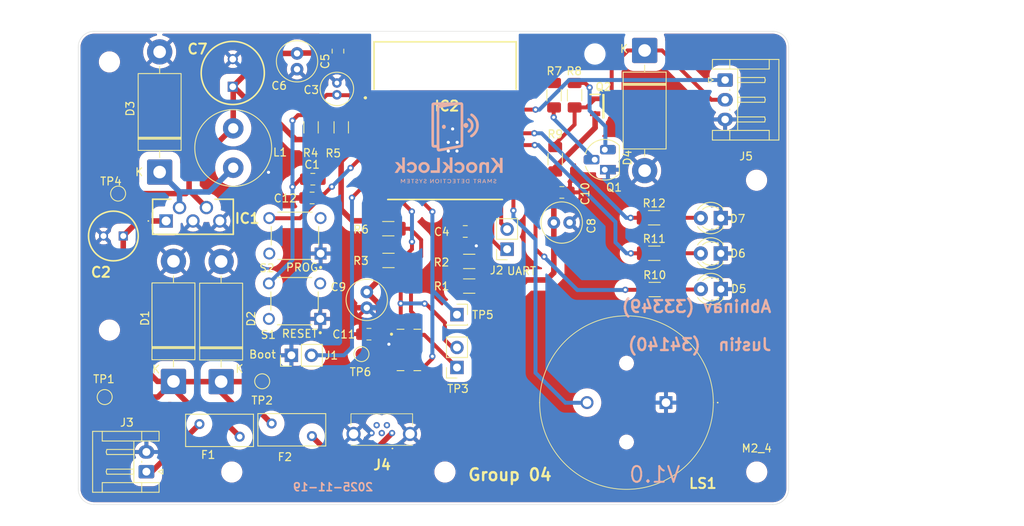
<source format=kicad_pcb>
(kicad_pcb (version 20241229) (generator "pcbnew") (generator_version "9.0")
  (title_block (title "KnockLock") (date "2025-11-19") (rev "V1.0") (company "HSRW") (comment 1 "Group 04") (comment 2 "Justin Julius Chin Cheong - 34140") (comment 3 "Abhinav Kothari - 33349"))
  (layers (0 "F.Cu" signal) (2 "B.Cu" signal) (13 "F.Paste" user) (15 "B.Paste" user) (5 "F.SilkS" user "F.Silkscreen") (7 "B.SilkS" user "B.Silkscreen") (1 "F.Mask" user) (3 "B.Mask" user) (25 "Edge.Cuts" user))
  (net 0 "")
  (net 1 "+5V")
  (net 2 "GND")
  (net 3 "+3.3V")
  (net 4 "BAT_V")
  (net 5 "MRESET")
  (net 6 "Net-(D3-K)")
  (net 7 "Net-(D4-K)")
  (net 8 "Net-(D5-A)")
  (net 9 "Net-(D6-A)")
  (net 10 "Net-(D7-A)")
  (net 11 "SDA")
  (net 12 "YLED")
  (net 13 "SERVO")
  (net 14 "RX")
  (net 15 "SCL")
  (net 16 "WAKE_INT")
  (net 17 "GLED")
  (net 18 "RLED")
  (net 19 "CONTROL")
  (net 20 "BUZZ")
  (net 21 "PROG")
  (net 23 "TX")
  (net 24 "BOOT")
  (net 32 "Net-(F2-Pad1)")
  (net 34 "Net-(Q1-B)")
  (net 35 "Net-(Q1-C)")
  (net 36 "Net-(Q2-G)")
  (net 40 "Net-(J3-Pin_1)")
  (footprint "SamacSys_Parts:CAPPRD350W65D800H1300" (layer "F.Cu") (at 124.122016 76.150747 90)
    (property "Reference" "C7")
    (property "Value" "330uF" (hide yes))
  )
  (footprint "SamacSys_Parts:ESP32C3WROOM02N4" (layer "F.Cu") (at 151.985 83.75)
    (property "Reference" "IC2")
    (property "Value" "ESP32-C3-WROOM-02-N4" (hide yes))
  )
  (footprint "Resistor_SMD:R_1206_3216Metric_Pad1.30x1.75mm_HandSolder" (layer "F.Cu") (at 154.075 98.3)
    (property "Reference" "R2")
    (property "Value" "6.8kOhms")
  )
  (footprint "Fuse:Fuse_BelFuse_0ZRE0012FF_L8.3mm_W3.8mm" (layer "F.Cu") (at 119.9 118.925)
    (property "Reference" "F1")
    (property "Value" "Polyfuse")
  )
  (footprint "MountingHole:MountingHole_2.2mm_M2_ISO7380" (layer "F.Cu") (at 108.5 73)
    (property "Reference" "M2_1" (hide yes))
    (property "Value" "MountingHole_2.2mm_M2_ISO7380_1")
  )
  (footprint "LED_THT:LED_D3.0mm" (layer "F.Cu") (at 185.9587 101.807 180)
    (property "Reference" "D5")
    (property "Value" "R-LED")
  )
  (footprint "Capacitor_SMD:C_0805_2012Metric_Pad1.18x1.45mm_HandSolder" (layer "F.Cu") (at 137.45 71.6375 90)
    (property "Reference" "C5")
    (property "Value" "0.1uF")
  )
  (footprint "MountingHole:MountingHole_2.2mm_M2_ISO7380" (layer "F.Cu") (at 124 125)
    (property "Reference" "M2_6" (hide yes))
    (property "Value" "MountingHole_2.2mm_M2_ISO7380_6")
  )
  (footprint "Fuse:Fuse_BelFuse_0ZRE0012FF_L8.3mm_W3.8mm" (layer "F.Cu") (at 134.15 120.45 180)
    (property "Reference" "F2")
    (property "Value" "Polyfuse")
  )
  (footprint "Diode_THT:D_DO-201AD_P15.24mm_Horizontal" (layer "F.Cu") (at 116.61 113.515 90)
    (property "Reference" "D1")
    (property "Value" "1N5908")
  )
  (footprint "SamacSys_Parts:SOT95P237X112-3N" (layer "F.Cu") (at 171.075 78.625)
    (property "Reference" "Q2")
    (property "Value" "IRLML6402TRPBF" (hide yes))
  )
  (footprint "TS02-66-60-BK-260-LCR-D:SW_TS02-66-60-BK-260-LCR-D" (layer "F.Cu") (at 132 95.05 180)
    (property "Reference" "S2")
    (property "Value" "Programming Button")
  )
  (footprint "MountingHole:MountingHole_2.2mm_M2_ISO7380" (layer "F.Cu") (at 190.5 125)
    (property "Reference" "M2_4")
    (property "Value" "MountingHole_2.2mm_M2_ISO7380_4")
  )
  (footprint "Resistor_SMD:R_1206_3216Metric_Pad1.30x1.75mm_HandSolder" (layer "F.Cu") (at 167.425 77.225 -90)
    (property "Reference" "R8")
    (property "Value" "100 Ohms" (hide yes))
  )
  (footprint "TestPoint:TestPoint_Pad_D1.5mm" (layer "F.Cu") (at 127.85 113.5)
    (property "Reference" "TP2")
    (property "Value" "TP_Ext")
  )
  (footprint "SamacSys_Parts:PKM22EPPH4001B0" (layer "F.Cu") (at 179 116.2 180)
    (property "Reference" "LS1")
    (property "Value" "PKM22EPPH4001-B0" (hide yes))
  )
  (footprint "Connector_PinSocket_2.54mm:PinSocket_1x01_P2.54mm_Vertical" (layer "F.Cu") (at 152.525 105.05)
    (property "Reference" "TP5")
    (property "Value" "TP_IMUINT")
  )
  (footprint "LED_THT:LED_D3.0mm" (layer "F.Cu") (at 185.9444 97.2878 180)
    (property "Reference" "D6")
    (property "Value" "Y-LED")
  )
  (footprint "Resistor_SMD:R_1206_3216Metric_Pad1.30x1.75mm_HandSolder" (layer "F.Cu") (at 143.825 94.15)
    (property "Reference" "R6")
    (property "Value" "4k7Ohms")
  )
  (footprint "Diode_THT:D_DO-201AD_P15.24mm_Horizontal" (layer "F.Cu") (at 122.65 113.545 90)
    (property "Reference" "D2")
    (property "Value" "1N5908")
  )
  (footprint "Diode_THT:D_DO-201AD_P15.24mm_Horizontal" (layer "F.Cu") (at 114.862016 86.970747 90)
    (property "Reference" "D3")
    (property "Value" "1N5822")
  )
  (footprint "Connector_PinSocket_2.54mm:PinSocket_1x02_P2.54mm_Vertical" (layer "F.Cu") (at 158.875 96.75 180)
    (property "Reference" "J2")
    (property "Value" "UART")
  )
  (footprint "Connector_JST:JST_EH_S3B-EH_1x03_P2.50mm_Horizontal" (layer "F.Cu") (at 186.4925 75.3 -90)
    (property "Reference" "J5")
    (property "Value" "TBP04R12-500-03BE")
  )
  (footprint "MountingHole:MountingHole_2.2mm_M2_ISO7380" (layer "F.Cu") (at 170 72)
    (property "Reference" "M2_2" (hide yes))
    (property "Value" "MountingHole_2.2mm_M2_ISO7380_2")
  )
  (footprint "Diode_THT:D_DO-201AD_P15.24mm_Horizontal" (layer "F.Cu") (at 176.3 71.55 -90)
    (property "Reference" "D4")
    (property "Value" "1N5822")
  )
  (footprint "ADXL345BCCZ-RL7:PQFN80P500X300X100-14N" (layer "F.Cu") (at 146.44 109.525)
    (property "Reference" "U1" (hide yes))
    (property "Value" "ADXL345BCCZ-RL7")
  )
  (footprint "Resistor_SMD:R_1206_3216Metric_Pad1.30x1.75mm_HandSolder" (layer "F.Cu") (at 177.497884 92.764053)
    (property "Reference" "R12")
    (property "Value" "27 Ohms")
  )
  (footprint "Capacitor_SMD:C_0805_2012Metric_Pad1.18x1.45mm_HandSolder" (layer "F.Cu") (at 165.8075 89.545 180)
    (property "Reference" "C10")
    (property "Value" "0.1uF")
  )
  (footprint "Resistor_SMD:R_1206_3216Metric_Pad1.30x1.75mm_HandSolder" (layer "F.Cu") (at 164.97 85.345 -90)
    (property "Reference" "R9")
    (property "Value" "100kOhms" (hide yes))
  )
  (footprint "SamacSys_Parts:USB3145301A" (layer "F.Cu") (at 143 119.845 180)
    (property "Reference" "J4")
    (property "Value" "Micro USB" (hide yes))
  )
  (footprint "LED_THT:LED_D3.0mm" (layer "F.Cu") (at 185.945 92.8 180)
    (property "Reference" "D7")
    (property "Value" "G-LED")
  )
  (footprint "Inductor_THT:L_Radial_D9.5mm_P5.00mm_Fastron_07HVP" (layer "F.Cu") (at 124.182016 86.420747 90)
    (property "Reference" "L1")
    (property "Value" "330uH")
  )
  (footprint "SamacSys_Parts:CAPPRD250W55D630H1220" (layer "F.Cu") (at 110.25 95.075 180)
    (property "Reference" "C2")
    (property "Value" "100uF")
  )
  (footprint "TestPoint:TestPoint_Pad_D1.5mm" (layer "F.Cu") (at 107.9 115.5 180)
    (property "Reference" "TP1")
    (property "Value" "TP_Bat")
  )
  (footprint "Resistor_SMD:R_1206_3216Metric_Pad1.30x1.75mm_HandSolder" (layer "F.Cu") (at 164.825 77.225 -90)
    (property "Reference" "R7")
    (property "Value" "10kOhms" (hide yes))
  )
  (footprint "Capacitor_THT:C_Radial_D4.0mm_H7.0mm_P1.50mm" (layer "F.Cu") (at 137.315 77.175 90)
    (property "Reference" "C3")
    (property "Value" "1uF")
  )
  (footprint "Resistor_SMD:R_1206_3216Metric_Pad1.30x1.75mm_HandSolder" (layer "F.Cu") (at 134.04 81.3 -90)
    (property "Reference" "R4")
    (property "Value" "10kOhms")
  )
  (footprint "Resistor_SMD:R_1206_3216Metric_Pad1.30x1.75mm_HandSolder" (layer "F.Cu") (at 177.522884 97.264053)
    (property "Reference" "R11")
    (property "Value" "27 Ohms")
  )
  (footprint "Resistor_SMD:R_1206_3216Metric_Pad1.30x1.75mm_HandSolder" (layer "F.Cu") (at 143.85 98.175)
    (property "Reference" "R3")
    (property "Value" "4k7Ohms")
  )
  (footprint "Capacitor_THT:C_Radial_D5.0mm_H11.0mm_P2.00mm" (layer "F.Cu") (at 166.795 93.37 180)
    (property "Reference" "C8")
    (property "Value" "10uF")
  )
  (footprint "Connector_PinHeader_2.54mm:PinHeader_1x02_P2.54mm_Vertical" (layer "F.Cu") (at 131.55 110.2 90)
    (property "Reference" "J1")
    (property "Value" "Boot Pins")
  )
  (footprint "Connector_PinSocket_2.54mm:PinSocket_1x02_P2.54mm_Vertical" (layer "F.Cu") (at 152.525 111.75 180)
    (property "Reference" "TP3")
    (property "Value" "TP_I2C")
  )
  (footprint "Package_TO_SOT_THT:TO-92_HandSolder" (layer "F.Cu") (at 171.245 86.67 90)
    (property "Reference" "Q1")
    (property "Value" "BC547B")
  )
  (footprint "Connector_JST:JST_EH_S2B-EH_1x02_P2.50mm_Horizontal" (layer "F.Cu") (at 113.18 124.96 90)
    (property "Reference" "J3")
    (property "Value" "Battery Port")
  )
  (footprint "Resistor_SMD:R_1206_3216Metric_Pad1.30x1.75mm_HandSolder" (layer "F.Cu") (at 154.075 101.425 180)
    (property "Reference" "R1")
    (property "Value" "10kOhms")
  )
  (footprint "MountingHole:MountingHole_2.2mm_M2_ISO7380" (layer "F.Cu") (at 108.5 107)
    (property "Reference" "M2_7" (hide yes))
    (property "Value" "MountingHole_2.2mm_M2_ISO7380_7")
  )
  (footprint "TestPoint:TestPoint_Pad_D1.5mm" (layer "F.Cu") (at 109.6 89.7)
    (property "Reference" "TP4")
    (property "Value" "TP_3.3V")
  )
  (footprint "Capacitor_SMD:C_0805_2012Metric_Pad1.18x1.45mm_HandSolder" (layer "F.Cu") (at 134.175 90.25)
    (property "Reference" "C12")
    (property "Value" "0.1uF")
  )
  (footprint "SamacSys_Parts:LM257533WT" (layer "F.Cu") (at 115.678016 93.170747)
    (property "Reference" "IC1")
    (property "Value" "LM2575-3.3WT" (hide yes))
  )
  (footprint "Capacitor_THT:C_Radial_D5.0mm_H11.0mm_P2.00mm" (layer "F.Cu") (at 132.265 73.925 90)
    (property "Reference" "C6")
    (property "Value" "10uF")
  )
  (footprint "MountingHole:MountingHole_2.2mm_M2_ISO7380" (layer "F.Cu") (at 190.475 88)
    (property "Reference" "M2_3" (hide yes))
    (property "Value" "MountingHole_2.2mm_M2_ISO7380_3")
  )
  (footprint "MountingHole:MountingHole_2.2mm_M2_ISO7380" (layer "F.Cu") (at 151 125)
    (property "Reference" "M2_5" (hide yes))
    (property "Value" "MountingHole_2.2mm_M2_ISO7380_5")
  )
  (footprint "Capacitor_THT:C_Radial_D5.0mm_H11.0mm_P2.00mm" (layer "F.Cu") (at 141.1 104.175 90)
    (property "Reference" "C9")
    (property "Value" "10uF")
  )
  (footprint "Capacitor_SMD:C_0805_2012Metric_Pad1.18x1.45mm_HandSolder" (layer "F.Cu") (at 153.575 94.5)
    (property "Reference" "C4")
    (property "Value" "0.1uF")
  )
  (footprint "Capacitor_SMD:C_0805_2012Metric_Pad1.18x1.45mm_HandSolder" (layer "F.Cu") (at 141.375 107.525)
    (property "Reference" "C11")
    (property "Value" "0.1uF")
  )
  (footprint "Capacitor_SMD:C_0805_2012Metric_Pad1.18x1.45mm_HandSolder" (layer "F.Cu") (at 134.265 87.875 180)
    (property "Reference" "C1")
    (property "Value" "0.1uF")
  )
  (footprint "TS02-66-60-BK-260-LCR-D:SW_TS02-66-60-BK-260-LCR-D" (layer "F.Cu") (at 131.95 103.3375 180)
    (property "Reference" "S1")
    (property "Value" "Reset Button")
  )
  (footprint "Resistor_SMD:R_1206_3216Metric_Pad1.30x1.75mm_HandSolder" (layer "F.Cu") (at 177.572884 101.864053)
    (property "Reference" "R10")
    (property "Value" "27 Ohms")
  )
  (footprint "Resistor_SMD:R_1206_3216Metric_Pad1.30x1.75mm_HandSolder" (layer "F.Cu") (at 137.865 81.3 90)
    (property "Reference" "R5")
    (property "Value" "10kOhms")
  )
  (footprint "TestPoint:TestPoint_Pad_D1.5mm" (layer "F.Cu") (at 140.425 110.05)
    (property "Reference" "TP6")
    (property "Value" "TP_IMUV" (hide yes))
  )
  (footprint "Logo:KnockLock_Logo_small" (layer "B.Cu") (at 151.5 84 180)
    (property "Reference" "G***" (hide yes))
    (property "Value" "LOGO" (hide yes))
  )
  (gr_line (start 192.541716 129.125147) (end 106.541716 129.125147) (stroke (width 0.05)) (layer "Edge.Cuts"))
  (gr_arc (start 192.541716 69.125147) (mid 193.95593 69.710933) (end 194.541716 71.125147) (stroke (width 0.05)) (layer "Edge.Cuts"))
  (gr_line (start 106.541716 69.125147) (end 192.541716 69.125147) (stroke (width 0.05)) (layer "Edge.Cuts"))
  (gr_arc (start 104.541716 71.125147) (mid 105.127502 69.710933) (end 106.541716 69.125147) (stroke (width 0.05)) (layer "Edge.Cuts"))
  (gr_arc (start 106.541716 129.125147) (mid 105.127502 128.539361) (end 104.541716 127.125147) (stroke (width 0.05)) (layer "Edge.Cuts"))
  (gr_line (start 104.541716 127.125147) (end 104.541716 71.125147) (stroke (width 0.05)) (layer "Edge.Cuts"))
  (gr_line (start 194.541716 71.125147) (end 194.541716 127.125147) (stroke (width 0.05)) (layer "Edge.Cuts"))
  (gr_arc (start 194.541716 127.125147) (mid 193.95593 128.539361) (end 192.541716 129.125147) (stroke (width 0.05)) (layer "Edge.Cuts"))
  (gr_text "Boot" (at 126.1 110.675 0) (layer "F.SilkS") (effects (font (size 1 1)) (justify left bottom)))
  (gr_text "UART" (at 158.775 100.1 0) (layer "F.SilkS") (effects (font (size 1 1)) (justify left bottom)))
  (gr_text "PROG" (at 130.775 99.65 0) (layer "F.SilkS") (effects (font (size 1 1)) (justify left bottom)))
  (gr_text "RESET" (at 130.25 108.05 0) (layer "F.SilkS") (effects (font (size 1 1)) (justify left bottom)))
  (gr_text "${COMMENT1}" (at 153.785 126.225 0) (layer "F.SilkS") (effects (font (size 1.5 1.5) (thickness 0.3) (bold yes)) (justify left bottom)))
  (gr_text "${PROJECTNAME} ${REVISION}\n" (at 182.5 126.5 0) (layer "B.SilkS") (effects (font (size 2 2) (thickness 0.25)) (justify left bottom mirror)))
  (gr_text "Abhinav (33349)\n\nJustin  (34140)" (at 192.496164 109.733012 0) (layer "B.SilkS") (effects (font (size 1.5 1.5) (thickness 0.3) (bold yes)) (justify left bottom mirror)))
  (gr_text "${ISSUE_DATE}" (at 142 127.5 0) (layer "B.SilkS") (effects (font (size 1 1) (thickness 0.2) (bold yes)) (justify left bottom mirror)))
  (segment (start 119.05 116.9) (end 116.61 114.46) (width 0.7) (layer "F.Cu") (net 1))
  (segment (start 126.9 116.725) (end 124.475 116.725) (width 0.7) (layer "F.Cu") (net 1))
  (segment (start 149.8 114.675) (end 150.95 115.825) (width 0.7) (layer "F.Cu") (net 1))
  (segment (start 164.795 87.07) (end 164.97 86.895) (width 0.7) (layer "F.Cu") (net 1))
  (segment (start 124.475 116.725) (end 122.65 114.9) (width 0.7) (layer "F.Cu") (net 1))
  (segment (start 114.59 113.515) (end 112 110.925) (width 0.7) (layer "F.Cu") (net 1))
  (segment (start 122.65 114.9) (end 122.65 113.545) (width 0.7) (layer "F.Cu") (net 1))
  (segment (start 122.65 113.545) (end 127.805 113.545) (width 0.7) (layer "F.Cu") (net 1))
  (segment (start 150.95 115.825) (end 155.15 115.825) (width 0.7) (layer "F.Cu") (net 1))
  (segment (start 164.97 86.895) (end 164.97 86.405) (width 0.7) (layer "F.Cu") (net 1))
  (segment (start 127.85 113.5) (end 129.025 114.675) (width 0.7) (layer "F.Cu") (net 1))
  (segment (start 161.35 100.65) (end 155.625 106.375) (width 0.7) (layer "F.Cu") (net 1))
  (segment (start 116.61 114.46) (end 116.61 113.515) (width 0.7) (layer "F.Cu") (net 1))
  (segment (start 155.15 115.825) (end 155.625 115.35) (width 0.7) (layer "F.Cu") (net 1))
  (segment (start 164.845 93.42) (end 164.795 93.37) (width 0.7) (layer "F.Cu") (net 1))
  (segment (start 112 102) (end 110.25 100.25) (width 0.7) (layer "F.Cu") (net 1))
  (segment (start 155.625 106.375) (end 155.625 101.425) (width 0.7) (layer "F.Cu") (net 1))
  (segment (start 163.875 100.65) (end 161.35 100.65) (width 0.7) (layer "F.Cu") (net 1))
  (segment (start 129.025 118.85) (end 126.9 116.725) (width 0.7) (layer "F.Cu") (net 1))
  (segment (start 112 110.925) (end 112 102) (width 0.7) (layer "F.Cu") (net 1))
  (segment (start 129.05 118.85) (end 129.025 118.85) (width 0.7) (layer "F.Cu") (net 1))
  (segment (start 114.625 115.5) (end 116.61 113.515) (width 0.7) (layer "F.Cu") (net 1))
  (segment (start 110.25 100.25) (end 110.25 95.075) (width 0.7) (layer "F.Cu") (net 1))
  (segment (start 116.61 113.515) (end 114.59 113.515) (width 0.7) (layer "F.Cu") (net 1))
  (segment (start 164.97 86.405) (end 170.025 81.35) (width 0.7) (layer "F.Cu") (net 1))
  (segment (start 155.625 115.35) (end 155.625 106.375) (width 0.7) (layer "F.Cu") (net 1))
  (segment (start 164.795 99.73) (end 163.875 100.65) (width 0.7) (layer "F.Cu") (net 1))
  (segment (start 122.65 113.545) (end 116.64 113.545) (width 0.7) (layer "F.Cu") (net 1))
  (segment (start 110.25 95.075) (end 112.154253 93.170747) (width 0.7) (layer "F.Cu") (net 1))
  (segment (start 125 120.525) (end 121.375 116.9) (width 0.7) (layer "F.Cu") (net 1))
  (segment (start 110.172716 95.152284) (end 110.25 95.075) (width 0.7) (layer "F.Cu") (net 1))
  (segment (start 164.795 93.37) (end 164.795 99.73) (width 0.7) (layer "F.Cu") (net 1))
  (segment (start 164.795 93.37) (end 164.795 87.07) (width 0.7) (layer "F.Cu") (net 1))
  (segment (start 112.154253 93.170747) (end 115.678016 93.170747) (width 0.7) (layer "F.Cu") (net 1))
  (segment (start 127.805 113.545) (end 127.85 113.5) (width 0.7) (layer "F.Cu") (net 1))
  (segment (start 129.025 114.675) (end 149.8 114.675) (width 0.7) (layer "F.Cu") (net 1))
  (segment (start 121.375 116.9) (end 119.05 116.9) (width 0.7) (layer "F.Cu") (net 1))
  (segment (start 170.025 81.35) (end 170.025 79.575) (width 0.7) (layer "F.Cu") (net 1))
  (segment (start 122.65 113.545) (end 122.65 113.8173) (width 0.7) (layer "F.Cu") (net 1))
  (segment (start 107.9 115.5) (end 114.625 115.5) (width 0.7) (layer "F.Cu") (net 1))
  (segment (start 115.432269 92.925) (end 115.678016 93.170747) (width 0.7) (layer "F.Cu") (net 1))
  (segment (start 144.375 108.325) (end 145.43 108.325) (width 0.5) (layer "F.Cu") (net 2))
  (segment (start 152.535 84.3) (end 153.085 84.85) (width 0.5) (layer "F.Cu") (net 2))
  (segment (start 145.43 109.925) (end 144.663 109.925) (width 0.5) (layer "F.Cu") (net 2))
  (segment (start 152.585 82.15) (end 151.985 82.15) (width 0.5) (layer "F.Cu") (net 2))
  (segment (start 151.985 82.15) (end 151.985 81.51) (width 0.5) (layer "F.Cu") (net 2))
  (segment (start 152.55 83.2) (end 152.6 83.25) (width 0.5) (layer "F.Cu") (net 2))
  (segment (start 150.885 83.75) (end 151.425 83.21) (width 0.5) (layer "F.Cu") (net 2))
  (segment (start 152.525 84.29) (end 152.525 84.3) (width 0.5) (layer "F.Cu") (net 2))
  (segment (start 150.885 82.65) (end 150.885 82.59) (width 0.5) (layer "F.Cu") (net 2))
  (segment (start 151.425 83.2) (end 151.435 83.2) (width 0.5) (layer "F.Cu") (net 2))
  (segment (start 151.975 81.5) (end 151.975 81.54) (width 0.5) (layer "F.Cu") (net 2))
  (segment (start 152.6 83.265) (end 153.085 83.75) (width 0.5) (layer "F.Cu") (net 2))
  (segment (start 150.885 83.75) (end 153.085 83.75) (width 0.5) (layer "F.Cu") (net 2))
  (segment (start 151.975 81.54) (end 153.085 82.65) (width 0.5) (layer "F.Cu") (net 2))
  (segment (start 152.6 83.25) (end 152.6 83.265) (width 0.5) (layer "F.Cu") (net 2))
  (segment (start 151.425 84.3) (end 151.41 84.315) (width 0.5) (layer "F.Cu") (net 2))
  (segment (start 141.1 104.175) (end 139.35 104.175) (width 0.7) (layer "F.Cu") (net 2))
  (segment (start 153.085 82.65) (end 152.585 82.15) (width 0.5) (layer "F.Cu") (net 2))
  (segment (start 144.663 109.925) (end 143.9 109.162) (width 0.5) (layer "F.Cu") (net 2))
  (segment (start 150.885 84.85) (end 150.885 82.65) (width 0.5) (layer "F.Cu") (net 2))
  (segment (start 147.45 108.325) (end 147.399 108.376) (width 0.5) (layer "F.Cu") (net 2))
  (segment (start 150.885 82.59) (end 151.975 81.5) (width 0.5) (layer "F.Cu") (net 2))
  (segment (start 151.425 83.21) (end 151.425 83.2) (width 0.5) (layer "F.Cu") (net 2))
  (segment (start 133.1375 90.25) (end 130.675 90.25) (width 0.7) (layer "F.Cu") (net 2))
  (segment (start 151.985 81.51) (end 151.975 81.5) (width 0.5) (layer "F.Cu") (net 2))
  (segment (start 147.399 108.376) (end 145.481 108.376) (width 0.5) (layer "F.Cu") (net 2))
  (segment (start 151.985 82.65) (end 151.985 84.85) (width 0.5) (layer "F.Cu") (net 2))
  (segment (start 153.085 82.65) (end 153.085 84.85) (width 0.5) (layer "F.Cu") (net 2))
  (segment (start 141.7 120.065) (end 140.025 118.39) (width 0.7) (layer "F.Cu") (net 2))
  (segment (start 151.485 82.65) (end 151.985 82.15) (width 0.5) (layer "F.Cu") (net 2))
  (segment (start 135.3025 87.875) (end 135.3025 86.475) (width 0.7) (layer "F.Cu") (net 2))
  (segment (start 150.885 82.65) (end 152.525 84.29) (width 0.5) (layer "F.Cu") (net 2))
  (segment (start 151.435 84.3) (end 153.085 82.65) (width 0.5) (layer "F.Cu") (net 2))
  (segment (start 153.085 83.75) (end 151.985 84.85) (width 0.5) (layer "F.Cu") (net 2))
  (segment (start 143.9 109.162) (end 143.9 108.8) (width 0.5) (layer "F.Cu") (net 2))
  (segment (start 140.025 118.39) (end 140.025 118.275) (width 0.7) (layer "F.Cu") (net 2))
  (segment (start 151.41 84.315) (end 151.41 84.325) (width 0.5) (layer "F.Cu") (net 2))
  (segment (start 151.985 84.85) (end 150.885 83.75) (width 0.5) (layer "F.Cu") (net 2))
  (segment (start 145.43 110.725) (end 145.43 109.925) (width 0.5) (layer "F.Cu") (net 2))
  (segment (start 143.9 108.8) (end 144.375 108.325) (width 0.5) (layer "F.Cu") (net 2))
  (segment (start 152.515 83.165) (end 152.5 83.165) (width 0.5) (layer "F.Cu") (net 2))
  (segment (start 152.5 83.165) (end 151.985 82.65) (width 0.5) (layer "F.Cu") (net 2))
  (segment (start 152.55 83.2) (end 152.515 83.165) (width 0.5) (layer "F.Cu") (net 2))
  (segment (start 151.985 82.65) (end 151.985 82.15) (width 0.5) (layer "F.Cu") (net 2))
  (segment (start 151.435 83.2) (end 151.985 82.65) (width 0.5) (layer "F.Cu") (net 2))
  (segment (start 145.481 108.376) (end 145.43 108.325) (width 0.5) (layer "F.Cu") (net 2))
  (segment (start 152.525 84.3) (end 152.535 84.3) (width 0.5) (layer "F.Cu") (net 2))
  (segment (start 176.184016 87.193647) (end 176.184016 86.340984) (width 0.5) (layer "F.Cu") (net 2))
  (segment (start 151.425 84.3) (end 151.435 84.3) (width 0.5) (layer "F.Cu") (net 2))
  (segment (start 150.885 82.65) (end 151.485 82.65) (width 0.5) (layer "F.Cu") (net 2))
  (segment (start 150.885 82.65) (end 153.085 82.65) (width 0.5) (layer "F.Cu") (net 2))
  (segment (start 153.085 84.85) (end 150.885 84.85) (width 0.5) (layer "F.Cu") (net 2))
  (segment (start 151.41 84.325) (end 150.885 84.85) (width 0.5) (layer "F.Cu") (net 2))
  (via (at 151.425 84.3) (size 0.8) (drill 0.4) (layers "F.Cu" "B.Cu") (net 2))
  (via (at 151.975 81.5) (size 0.8) (drill 0.4) (layers "F.Cu" "B.Cu") (net 2))
  (via (at 151.425 83.2) (size 0.8) (drill 0.4) (layers "F.Cu" "B.Cu") (net 2))
  (via (at 154.975 96.325) (size 0.8) (drill 0.4) (layers "F.Cu" "B.Cu") (net 2))
  (via (at 152.55 83.2) (size 0.8) (drill 0.4) (layers "F.Cu" "B.Cu") (net 2))
  (via (at 143.9 108.8) (size 0.8) (drill 0.4) (layers "F.Cu" "B.Cu") (net 2))
  (via (at 128.65 87) (size 0.8) (drill 0.4) (layers "F.Cu" "B.Cu") (net 2))
  (via (at 152.525 84.3) (size 0.8) (drill 0.4) (layers "F.Cu" "B.Cu") (net 2))
  (segment (start 140.35 118.715) (end 140.35 118.675) (width 0.7) (layer "B.Cu") (net 2))
  (segment (start 141.1 104.175) (end 143 104.175) (width 0.7) (layer "B.Cu") (net 2))
  (segment (start 141.7 120.065) (end 140.35 118.715) (width 0.7) (layer "B.Cu") (net 2))
  (segment (start 140.225 72.3) (end 140.225 76.325) (width 0.7) (layer "F.Cu") (net 3))
  (segment (start 139.275 93.15) (end 141.275 93.15) (width 0.7) (layer "F.Cu") (net 3))
  (segment (start 142.4185 107.519) (end 145.43 107.519) (width 0.7) (layer "F.Cu") (net 3))
  (segment (start 128.065 78.825) (end 132.09 82.85) (width 0.7) (layer "F.Cu") (net 3))
  (segment (start 128.347763 71.925) (end 132.265 71.925) (width 0.7) (layer "F.Cu") (net 3))
  (segment (start 143.894 110.956) (end 144.469 111.531) (width 0.7) (layer "F.Cu") (net 3))
  (segment (start 132.09 82.85) (end 134.04 82.85) (width 0.7) (layer "F.Cu") (net 3))
  (segment (start 136.09 70.6) (end 137.45 70.6) (width 0.7) (layer "F.Cu") (net 3))
  (segment (start 132.315 71.875) (end 134.815 71.875) (width 0.7) (layer "F.Cu") (net 3))
  (segment (start 124.182016 81.420747) (end 124.182016 76.210747) (width 0.7) (layer "F.Cu") (net 3))
  (segment (start 142.6 103.675) (end 142.6 107.3375) (width 0.7) (layer "F.Cu") (net 3))
  (segment (start 118.59 86.885) (end 118.59 89.275731) (width 0.7) (layer "F.Cu") (net 3))
  (segment (start 145.434 111.535) (end 145.43 111.531) (width 0.7) (layer "F.Cu") (net 3))
  (segment (start 142.4125 109.4745) (end 143.4065 110.4685) (width 0.7) (layer "F.Cu") (net 3))
  (segment (start 142.988 110.05) (end 143.894 110.956) (width 0.7) (layer "F.Cu") (net 3))
  (segment (start 146.44 111.535) (end 145.434 111.535) (width 0.7) (layer "F.Cu") (net 3))
  (segment (start 137.45 70.6) (end 138.525 70.6) (width 0.7) (layer "F.Cu") (net 3))
  (segment (start 124.182016 81.420747) (end 124.054253 81.420747) (width 0.7) (layer "F.Cu") (net 3))
  (segment (start 124.054253 81.420747) (end 118.59 86.885) (width 0.7) (layer "F.Cu") (net 3))
  (segment (start 142.4125 107.525) (end 142.4125 109.4745) (width 0.7) (layer "F.Cu") (net 3))
  (segment (start 141.1 102.175) (end 142.6 103.675) (width 0.7) (layer "F.Cu") (net 3))
  (segment (start 143.4065 110.4685) (end 143.894 110.956) (width 0.7) (layer "F.Cu") (net 3))
  (segment (start 141.45 77.55) (end 142.275 77.55) (width 0.7) (layer "F.Cu") (net 3))
  (segment (start 138.525 70.6) (end 140.225 72.3) (width 0.7) (layer "F.Cu") (net 3))
  (segment (start 132.265 71.925) (end 132.315 71.875) (width 0.7) (layer "F.Cu") (net 3))
  (segment (start 141.275 93.15) (end 142.275 94.15) (width 0.7) (layer "F.Cu") (net 3))
  (segment (start 140.425 110.05) (end 142.988 110.05) (width 0.7) (layer "F.Cu") (net 3))
  (segment (start 142.3 100.975) (end 141.1 102.175) (width 0.7) (layer "F.Cu") (net 3))
  (segment (start 124.122016 76.150747) (end 124.250747 76.150747) (width 0.7) (layer "F.Cu") (net 3))
  (segment (start 124.182016 76.210747) (end 124.122016 76.150747) (width 0.7) (layer "F.Cu") (net 3))
  (segment (start 144.469 111.531) (end 145.43 111.531) (width 0.7) (layer "F.Cu") (net 3))
  (segment (start 137.85 91.725) (end 139.275 93.15) (width 0.7) (layer "F.Cu") (net 3))
  (segment (start 142.4125 107.525) (end 142.4185 107.519) (width 0.7) (layer "F.Cu") (net 3))
  (segment (start 118.165731 89.7) (end 118.59 89.275731) (width 0.7) (layer "F.Cu") (net 3))
  (segment (start 142.3 98.175) (end 142.3 100.975) (width 0.7) (layer "F.Cu") (net 3))
  (segment (start 142.6 107.3375) (end 142.4125 107.525) (width 0.7) (layer "F.Cu") (net 3))
  (segment (start 142.275 98.15) (end 142.25 98.175) (width 0.7) (layer "F.Cu") (net 3))
  (segment (start 124.122016 76.150747) (end 128.347763 71.925) (width 0.7) (layer "F.Cu") (net 3))
  (segment (start 138.65 83.635) (end 138.65 84.775) (width 0.7) (layer "F.Cu") (net 3))
  (segment (start 142.275 94.15) (end 142.275 98.15) (width 0.7) (layer "F.Cu") (net 3))
  (segment (start 138.65 84.775) (end 137.85 85.575) (width 0.7) (layer "F.Cu") (net 3))
  (segment (start 124.250747 76.150747) (end 126.925 78.825) (width 0.7) (layer "F.Cu") (net 3))
  (segment (start 140.225 76.325) (end 141.45 77.55) (width 0.7) (layer "F.Cu") (net 3))
  (segment (start 118.59 89.275731) (end 120.783016 91.468747) (width 0.7) (layer "F.Cu") (net 3))
  (segment (start 137.865 82.85) (end 138.65 83.635) (width 0.7) (layer "F.Cu") (net 3))
  (segment (start 134.815 71.875) (end 136.09 70.6) (width 0.7) (layer "F.Cu") (net 3))
  (segment (start 134.04 82.85) (end 137.865 82.85) (width 0.7) (layer "F.Cu") (net 3))
  (segment (start 109.9 89.7) (end 118.165731 89.7) (width 0.7) (layer "F.Cu") (net 3))
  (segment (start 137.85 85.575) (end 137.85 91.725) (width 0.7) (layer "F.Cu") (net 3))
  (segment (start 126.925 78.825) (end 128.065 78.825) (width 0.7) (layer "F.Cu") (net 3))
  (segment (start 156.4 82.275) (end 156.4 86.3) (width 0.7) (layer "F.Cu") (net 4))
  (segment (start 152.525 90.175) (end 152.525 98.3) (width 0.7) (layer "F.Cu") (net 4))
  (segment (start 152.525 98.3) (end 152.525 101.7625) (width 0.7) (layer "F.Cu") (net 4))
  (segment (start 152.525 101.7625) (end 152.5875 101.825) (width 0.7) (layer "F.Cu") (net 4))
  (segment (start 156.4 86.3) (end 152.525 90.175) (width 0.7) (layer "F.Cu") (net 4))
  (segment (start 158.125 80.55) (end 156.4 82.275) (width 0.7) (layer "F.Cu") (net 4))
  (segment (start 159.775 80.55) (end 158.125 80.55) (width 0.7) (layer "F.Cu") (net 4))
  (segment (start 132.74 87.8) (end 133.1525 87.8) (width 0.5) (layer "F.Cu") (net 5))
  (segment (start 140.75 79.05) (end 142.275 79.05) (width 0.5) (layer "F.Cu") (net 5))
  (segment (start 136.04 77.175) (end 134.04 79.175) (width 0.5) (layer "F.Cu") (net 5))
  (segment (start 137.315 77.175) (end 136.04 77.175) (width 0.5) (layer "F.Cu") (net 5))
  (segment (start 138.925 77.225) (end 140.75 79.05) (width 0.5) (layer "F.Cu") (net 5))
  (segment (start 137.365 77.225) (end 138.925 77.225) (width 0.5) (layer "F.Cu") (net 5))
  (segment (start 131.69 88.85) (end 132.74 87.8) (width 0.5) (layer "F.Cu") (net 5))
  (segment (start 137.315 77.175) (end 137.365 77.225) (width 0.5) (layer "F.Cu") (net 5))
  (segment (start 131.69 80.45) (end 132.39 79.75) (width 0.5) (layer "F.Cu") (net 5))
  (segment (start 134.04 79.175) (end 134.04 79.75) (width 0.5) (layer "F.Cu") (net 5))
  (segment (start 133.1525 87.8) (end 133.2275 87.875) (width 0.5) (layer "F.Cu") (net 5))
  (segment (start 132.39 79.75) (end 134.04 79.75) (width 0.5) (layer "F.Cu") (net 5))
  (via (at 131.69 80.45) (size 0.8) (drill 0.4) (layers "F.Cu" "B.Cu") (net 5))
  (via (at 131.69 88.85) (size 0.8) (drill 0.4) (layers "F.Cu" "B.Cu") (net 5))
  (segment (start 131.69 98.0975) (end 128.7 101.0875) (width 0.5) (layer "B.Cu") (net 5))
  (segment (start 131.69 88.85) (end 131.69 98.0975) (width 0.5) (layer "B.Cu") (net 5))
  (segment (start 131.69 88.85) (end 131.69 80.45) (width 0.5) (layer "B.Cu") (net 5))
  (segment (start 117.380016 91.468747) (end 117.380016 89.488747) (width 0.7) (layer "B.Cu") (net 6))
  (segment (start 117.380016 89.488747) (end 114.862016 86.970747) (width 0.7) (layer "B.Cu") (net 6))
  (segment (start 114.862016 86.970747) (end 114.862016 86.997016) (width 0.7) (layer "B.Cu") (net 6))
  (segment (start 121.114016 89.488747) (end 124.182016 86.420747) (width 0.7) (layer "B.Cu") (net 6))
  (segment (start 124.182016 86.742016) (end 124.29 86.85) (width 0.7) (layer "B.Cu") (net 6))
  (segment (start 124.182016 86.420747) (end 124.182016 86.742016) (width 0.7) (layer "B.Cu") (net 6))
  (segment (start 117.380016 89.488747) (end 121.114016 89.488747) (width 0.7) (layer "B.Cu") (net 6))
  (segment (start 184.75 77.8) (end 186.4925 77.8) (width 0.5) (layer "F.Cu") (net 7))
  (segment (start 178.5 71.55) (end 184.75 77.8) (width 0.5) (layer "F.Cu") (net 7))
  (segment (start 176.3 71.55) (end 178.5 71.55) (width 0.5) (layer "F.Cu") (net 7))
  (segment (start 172.125 73.625) (end 174.125 71.625) (width 0.5) (layer "F.Cu") (net 7))
  (segment (start 174.125 71.55) (end 176.3 71.55) (width 0.5) (layer "F.Cu") (net 7))
  (segment (start 172.125 78.625) (end 172.125 73.625) (width 0.5) (layer "F.Cu") (net 7))
  (segment (start 174.125 71.625) (end 174.125 71.55) (width 0.5) (layer "F.Cu") (net 7))
  (segment (start 179.122884 101.864053) (end 183.361647 101.864053) (width 0.5) (layer "F.Cu") (net 8))
  (segment (start 183.361647 101.864053) (end 183.4187 101.807) (width 0.5) (layer "F.Cu") (net 8))
  (segment (start 183.380653 97.264053) (end 183.4044 97.2878) (width 0.5) (layer "F.Cu") (net 9))
  (segment (start 179.072884 97.264053) (end 183.380653 97.264053) (width 0.5) (layer "F.Cu") (net 9))
  (segment (start 183.369053 92.764053) (end 183.405 92.8) (width 0.5) (layer "F.Cu") (net 10))
  (segment (start 179.047884 92.764053) (end 183.369053 92.764053) (width 0.5) (layer "F.Cu") (net 10))
  (segment (start 146.7 104.625) (end 146.7 98.975) (width 0.5) (layer "F.Cu") (net 11))
  (segment (start 143.65 83.55) (end 142.275 83.55) (width 0.5) (layer "F.Cu") (net 11))
  (segment (start 144.55 84.45) (end 143.65 83.55) (width 0.5) (layer "F.Cu") (net 11))
  (segment (start 147.45 107.525) (end 147.544 107.619) (width 0.5) (layer "F.Cu") (net 11))
  (segment (start 144.55 93.325) (end 144.55 84.45) (width 0.5) (layer "F.Cu") (net 11))
  (segment (start 147.45 107.525) (end 147.45 105.375) (width 0.5) (layer "F.Cu") (net 11))
  (segment (start 147.9875 97.6875) (end 147.9875 95.5625) (width 0.5) (layer "F.Cu") (net 11))
  (segment (start 147.9875 95.5625) (end 146.575 94.15) (width 0.5) (layer "F.Cu") (net 11))
  (segment (start 147.544 107.619) (end 148.394 107.619) (width 0.5) (layer "F.Cu") (net 11))
  (segment (start 147.45 105.375) (end 146.7 104.625) (width 0.5) (layer "F.Cu") (net 11))
  (segment (start 146.7 98.975) (end 147.9875 97.6875) (width 0.5) (layer "F.Cu") (net 11))
  (segment (start 145.375 94.15) (end 144.55 93.325) (width 0.5) (layer "F.Cu") (net 11))
  (segment (start 148.394 107.619) (end 152.525 111.75) (width 0.5) (layer "F.Cu") (net 11))
  (segment (start 146.575 94.15) (end 145.375 94.15) (width 0.5) (layer "F.Cu") (net 11))
  (segment (start 175.961937 97.275) (end 175.972884 97.264053) (width 0.5) (layer "F.Cu") (net 12))
  (segment (start 174.545 97.275) (end 175.961937 97.275) (width 0.5) (layer "F.Cu") (net 12))
  (segment (start 159.775 83.55) (end 162.375 83.55) (width 0.5) (layer "F.Cu") (net 12))
  (via (at 162.375 83.55) (size 0.8) (drill 0.4) (layers "F.Cu" "B.Cu") (net 12))
  (via (at 174.545 97.275) (size 0.8) (drill 0.4) (layers "F.Cu" "B.Cu") (net 12))
  (segment (start 174 97.275) (end 174.545 97.275) (width 0.5) (layer "B.Cu") (net 12))
  (segment (start 172.6 93.3) (end 172.6 95.875) (width 0.5) (layer "B.Cu") (net 12))
  (segment (start 162.375 83.55) (end 162.85 83.55) (width 0.5) (layer "B.Cu") (net 12))
  (segment (start 172.6 95.875) (end 174 97.275) (width 0.5) (layer "B.Cu") (net 12))
  (segment (start 162.85 83.55) (end 172.6 93.3) (width 0.5) (layer "B.Cu") (net 12))
  (segment (start 163.725 75.675) (end 164.825 75.675) (width 0.5) (layer "F.Cu") (net 13))
  (segment (start 159.775 77.425) (end 159.775 77.55) (width 0.5) (layer "F.Cu") (net 13))
  (segment (start 161.85 77.55) (end 163.725 75.675) (width 0.5) (layer "F.Cu") (net 13))
  (segment (start 159.775 77.55) (end 161.85 77.55) (width 0.5) (layer "F.Cu") (net 13))
  (segment (start 159.775 77.55) (end 159.9 77.425) (width 0.5) (layer "F.Cu") (net 13))
  (segment (start 164.175 75.675) (end 164.825 75.675) (width 0.5) (layer "F.Cu") (net 13))
  (segment (start 158.125 89.198) (end 159.273 88.05) (width 0.5) (layer "F.Cu") (net 14))
  (segment (start 158.875 94.21) (end 158.125 93.46) (width 0.5) (layer "F.Cu") (net 14))
  (segment (start 159.273 88.05) (end 159.775 88.05) (width 0.5) (layer "F.Cu") (net 14))
  (segment (start 158.125 93.46) (end 158.125 89.198) (width 0.5) (layer "F.Cu") (net 14))
  (segment (start 146.825 95.8) (end 146.825 96.75) (width 0.5) (layer "F.Cu") (net 15))
  (segment (start 145.825 90.99) (end 145.825 84.225) (width 0.5) (layer "F.Cu") (net 15))
  (segment (start 146.825 96.75) (end 145.4 98.175) (width 0.5) (layer "F.Cu") (net 15))
  (segment (start 151.025 108.275) (end 151 108.25) (width 0.5) (layer "F.Cu") (net 15))
  (segment (start 151 108.25) (end 151 106.075) (width 0.5) (layer "F.Cu") (net 15))
  (segment (start 148.575 103.65) (end 148.425 103.65) (width 0.5) (layer "F.Cu") (net 15))
  (segment (start 146.44 107.515) (end 146.44 106.19) (width 0.5) (layer "F.Cu") (net 15))
  (segment (start 152.525 109.21) (end 151.935 109.21) (width 0.5) (layer "F.Cu") (net 15))
  (segment (start 145.4 98.175) (end 145.35 98.175) (width 0.5) (layer "F.Cu") (net 15))
  (segment (start 151 106.075) (end 148.575 103.65) (width 0.5) (layer "F.Cu") (net 15))
  (segment (start 143.65 82.05) (end 142.275 82.05) (width 0.5) (layer "F.Cu") (net 15))
  (segment (start 145.4 105.15) (end 145.4 103.625) (width 0.5) (layer "F.Cu") (net 15))
  (segment (start 151.935 109.21) (end 151.025 108.3) (width 0.5) (layer "F.Cu") (net 15))
  (segment (start 146.81 91.975) (end 145.825 90.99) (width 0.5) (layer "F.Cu") (net 15))
  (segment (start 145.4 103.625) (end 145.4 98.175) (width 0.5) (layer "F.Cu") (net 15))
  (segment (start 151.025 108.3) (end 151.025 108.275) (width 0.5) (layer "F.Cu") (net 15))
  (segment (start 146.44 106.19) (end 145.4 105.15) (width 0.5) (layer "F.Cu") (net 15))
  (segment (start 145.825 84.225) (end 143.65 82.05) (width 0.5) (layer "F.Cu") (net 15))
  (segment (start 148.425 103.65) (end 148.49 103.65) (width 0.5) (layer "F.Cu") (net 15))
  (via (at 146.825 95.8) (size 0.8) (drill 0.4) (layers "F.Cu" "B.Cu") (net 15))
  (via (at 145.4 103.625) (size 0.8) (drill 0.4) (layers "F.Cu" "B.Cu") (net 15))
  (via (at 148.425 103.65) (size 0.8) (drill 0.4) (layers "F.Cu" "B.Cu") (net 15))
  (via (at 146.81 91.975) (size 0.8) (drill 0.4) (layers "F.Cu" "B.Cu") (net 15))
  (segment (start 148.4 103.625) (end 148.425 103.65) (width 0.5) (layer "B.Cu") (net 15))
  (segment (start 145.4 103.625) (end 148.4 103.625) (width 0.5) (layer "B.Cu") (net 15))
  (segment (start 146.825 95.8) (end 146.825 91.99) (width 0.5) (layer "B.Cu") (net 15))
  (segment (start 146.825 91.99) (end 146.81 91.975) (width 0.5) (layer "B.Cu") (net 15))
  (segment (start 143.635 80.55) (end 147.075 83.99) (width 0.5) (layer "F.Cu") (net 16))
  (segment (start 142.275 80.55) (end 143.635 80.55) (width 0.5) (layer "F.Cu") (net 16))
  (segment (start 149.41 110.615) (end 149.41 110.335) (width 0.5) (layer "F.Cu") (net 16))
  (segment (start 147.075 83.99) (end 147.075 89.665) (width 0.5) (layer "F.Cu") (net 16))
  (segment (start 147.075 89.665) (end 149.41 92) (width 0.5) (layer "F.Cu") (net 16))
  (segment (start 148.5 111.525) (end 149.41 110.615) (width 0.5) (layer "F.Cu") (net 16))
  (segment (start 148.5 111.525) (end 147.45 111.525) (width 0.5) (layer "F.Cu") (net 16))
  (segment (start 149.41 110.335) (end 149.41 110.035) (width 0.5) (layer "F.Cu") (net 16))
  (via (at 149.41 92) (size 0.8) (drill 0.4) (layers "F.Cu" "B.Cu") (net 16))
  (via (at 149.41 110.335) (size 0.8) (drill 0.4) (layers "F.Cu" "B.Cu") (net 16))
  (segment (start 149.41 110.335) (end 149.41 99.575) (width 0.5) (layer "B.Cu") (net 16))
  (segment (start 149.41 101.935) (end 149.41 92) (width 0.5) (layer "B.Cu") (net 16))
  (segment (start 152.525 105.05) (end 149.41 101.935) (width 0.5) (layer "B.Cu") (net 16))
  (segment (start 174.530947 92.764053) (end 174.52 92.775) (width 0.5) (layer "F.Cu") (net 17))
  (segment (start 159.775 82.05) (end 162.325 82.05) (width 0.5) (layer "F.Cu") (net 17))
  (segment (start 175.947884 92.764053) (end 174.530947 92.764053) (width 0.5) (layer "F.Cu") (net 17))
  (via (at 162.325 82.05) (size 0.8) (drill 0.4) (layers "F.Cu" "B.Cu") (net 17))
  (via (at 174.52 92.775) (size 0.8) (drill 0.4) (layers "F.Cu" "B.Cu") (net 17))
  (segment (start 173.975 92.775) (end 174.52 92.775) (width 0.5) (layer "B.Cu") (net 17))
  (segment (start 162.325 82.05) (end 163.25 82.05) (width 0.5) (layer "B.Cu") (net 17))
  (segment (start 163.25 82.05) (end 173.975 92.775) (width 0.5) (layer "B.Cu") (net 17))
  (segment (start 173.85 101.9) (end 175.986937 101.9) (width 0.5) (layer "F.Cu") (net 18))
  (segment (start 163.575 97.7) (end 163.45 97.7) (width 0.5) (layer "F.Cu") (net 18))
  (segment (start 160.975 85.05) (end 159.775 85.05) (width 0.5) (layer "F.Cu") (net 18))
  (segment (start 175.986937 101.9) (end 176.022884 101.864053) (width 0.5) (layer "F.Cu") (net 18))
  (segment (start 163.45 97.7) (end 162.475 96.725) (width 0.5) (layer "F.Cu") (net 18))
  (segment (start 162.475 86.55) (end 160.975 85.05) (width 0.5) (layer "F.Cu") (net 18))
  (segment (start 162.475 96.725) (end 162.475 86.55) (width 0.5) (layer "F.Cu") (net 18))
  (via (at 173.85 101.9) (size 0.8) (drill 0.4) (layers "F.Cu" "B.Cu") (net 18))
  (via (at 163.575 97.7) (size 0.8) (drill 0.4) (layers "F.Cu" "B.Cu") (net 18))
  (segment (start 167.775 101.925) (end 163.575 97.725) (width 0.5) (layer "B.Cu") (net 18))
  (segment (start 173.85 101.9) (end 173.825 101.925) (width 0.5) (layer "B.Cu") (net 18))
  (segment (start 163.575 97.725) (end 163.575 97.7) (width 0.5) (layer "B.Cu") (net 18))
  (segment (start 173.825 101.925) (end 167.775 101.925) (width 0.5) (layer "B.Cu") (net 18))
  (segment (start 159.775 79.05) (end 162.475 79.05) (width 0.5) (layer "F.Cu") (net 19))
  (via (at 162.475 79.05) (size 0.8) (drill 0.4) (layers "F.Cu" "B.Cu") (net 19))
  (segment (start 162.475 79.05) (end 162.975 79.05) (width 0.5) (layer "B.Cu") (net 19))
  (segment (start 162.975 79.05) (end 166.725 75.3) (width 0.5) (layer "B.Cu") (net 19))
  (segment (start 166.725 75.3) (end 186.4925 75.3) (width 0.5) (layer "B.Cu") (net 19))
  (segment (start 159.675 91.85) (end 159.675 89.325) (width 0.5) (layer "F.Cu") (net 20))
  (via (at 159.675 91.85) (size 0.8) (drill 0.4) (layers "F.Cu" "B.Cu") (net 20))
  (segment (start 169 116.2) (end 168.975 116.225) (width 0.5) (layer "B.Cu") (net 20))
  (segment (start 162.475 95.525) (end 159.675 92.725) (width 0.5) (layer "B.Cu") (net 20))
  (segment (start 168.975 116.225) (end 166.275 116.225) (width 0.5) (layer "B.Cu") (net 20))
  (segment (start 166.275 116.225) (end 162.475 112.425) (width 0.5) (layer "B.Cu") (net 20))
  (segment (start 159.675 92.725) (end 159.675 91.85) (width 0.5) (layer "B.Cu") (net 20))
  (segment (start 162.475 112.425) (end 162.475 95.525) (width 0.5) (layer "B.Cu") (net 20))
  (segment (start 136.6375 88.825) (end 135.2125 90.25) (width 0.5) (layer "F.Cu") (net 21))
  (segment (start 140.175 85.375) (end 141.35 86.55) (width 0.5) (layer "F.Cu") (net 21))
  (segment (start 137.865 79.75) (end 139.275 79.75) (width 0.5) (layer "F.Cu") (net 21))
  (segment (start 141.175 85.05) (end 140.175 84.05) (width 0.5) (layer "F.Cu") (net 21))
  (segment (start 135.2125 90.25) (end 132.6375 92.825) (width 0.5) (layer "F.Cu") (net 21))
  (segment (start 140.175 84.05) (end 140.175 84.975) (width 0.5) (layer "F.Cu") (net 21))
  (segment (start 141.35 86.55) (end 142.275 86.55) (width 0.5) (layer "F.Cu") (net 21))
  (segment (start 139.275 79.75) (end 140.175 80.65) (width 0.5) (layer "F.Cu") (net 21))
  (segment (start 140.175 85.325) (end 140.175 84.65) (width 0.5) (layer "F.Cu") (net 21))
  (segment (start 140.175 80.65) (end 140.175 84.65) (width 0.5) (layer "F.Cu") (net 21))
  (segment (start 140.175 84.65) (end 140.175 84.975) (width 0.5) (layer "F.Cu") (net 21))
  (segment (start 137.99 79.625) (end 137.865 79.75) (width 0.5) (layer "F.Cu") (net 21))
  (segment (start 140.175 84.975) (end 140.175 85.375) (width 0.5) (layer "F.Cu") (net 21))
  (segment (start 132.6375 92.825) (end 128.7 92.825) (width 0.5) (layer "F.Cu") (net 21))
  (segment (start 142.275 85.05) (end 141.175 85.05) (width 0.5) (layer "F.Cu") (net 21))
  (segment (start 136.675 88.825) (end 136.6375 88.825) (width 0.5) (layer "F.Cu") (net 21))
  (segment (start 139.05 86.45) (end 140.175 85.325) (width 0.5) (layer "F.Cu") (net 21))
  (via (at 136.675 88.825) (size 0.8) (drill 0.4) (layers "F.Cu" "B.Cu") (net 21))
  (via (at 139.05 86.45) (size 0.8) (drill 0.4) (layers "F.Cu" "B.Cu") (net 21))
  (segment (start 136.675 88.825) (end 139.05 86.45) (width 0.5) (layer "B.Cu") (net 21))
  (segment (start 157 95.625) (end 157 87.675) (width 0.5) (layer "F.Cu") (net 23))
  (segment (start 157 87.675) (end 158.125 86.55) (width 0.5) (layer "F.Cu") (net 23))
  (segment (start 158.875 96.75) (end 158.125 96.75) (width 0.5) (layer "F.Cu") (net 23))
  (segment (start 158.125 86.55) (end 159.775 86.55) (width 0.5) (layer "F.Cu") (net 23))
  (segment (start 158.125 96.75) (end 157 95.625) (width 0.5) (layer "F.Cu") (net 23))
  (segment (start 139.225 90.225) (end 141.4 88.05) (width 0.5) (layer "F.Cu") (net 24))
  (segment (start 141.4 88.05) (end 142.275 88.05) (width 0.5) (layer "F.Cu") (net 24))
  (via (at 139.225 90.225) (size 0.8) (drill 0.4) (layers "F.Cu" "B.Cu") (net 24))
  (segment (start 139.225 90.225) (end 139.225 109.175) (width 0.5) (layer "B.Cu") (net 24))
  (segment (start 139.225 109.175) (end 138.2 110.2) (width 0.5) (layer "B.Cu") (net 24))
  (segment (start 138.2 110.2) (end 134.09 110.2) (width 0.5) (layer "B.Cu") (net 24))
  (segment (start 134.15 120.475) (end 134.15 120.45) (width 0.7) (layer "F.Cu") (net 32))
  (segment (start 141.915 122.45) (end 136.125 122.45) (width 0.7) (layer "F.Cu") (net 32))
  (segment (start 144.3 120.065) (end 141.915 122.45) (width 0.7) (layer "F.Cu") (net 32))
  (segment (start 136.125 122.45) (end 134.15 120.475) (width 0.7) (layer "F.Cu") (net 32))
  (segment (start 164.775 78.825) (end 164.825 78.775) (width 0.5) (layer "F.Cu") (net 34))
  (segment (start 169.975 85.1) (end 169.975 85.4) (width 0.5) (layer "F.Cu") (net 34))
  (segment (start 164.775 80.025) (end 164.775 78.825) (width 0.5) (layer "F.Cu") (net 34))
  (via (at 164.775 80.025) (size 0.8) (drill 0.4) (layers "F.Cu" "B.Cu") (net 34))
  (segment (start 164.775 80.2) (end 164.775 80.025) (width 0.5) (layer "B.Cu") (net 34))
  (segment (start 169.975 85.4) (end 164.775 80.2) (width 0.5) (layer "B.Cu") (net 34))
  (segment (start 168.75 75.675) (end 169.325 76.25) (width 0.5) (layer "F.Cu") (net 35))
  (segment (start 167.425 75.675) (end 168.75 75.675) (width 0.5) (layer "F.Cu") (net 35))
  (via (at 169.325 76.25) (size 0.8) (drill 0.4) (layers "F.Cu" "B.Cu") (net 35))
  (segment (start 171.325 84.05) (end 171.245 84.13) (width 0.5) (layer "B.Cu") (net 35))
  (segment (start 169.325 76.25) (end 169.325 79.175) (width 0.5) (layer "B.Cu") (net 35))
  (segment (start 169.325 79.175) (end 171.325 81.175) (width 0.5) (layer "B.Cu") (net 35))
  (segment (start 171.325 81.175) (end 171.325 84.05) (width 0.5) (layer "B.Cu") (net 35))
  (segment (start 168.925 78.775) (end 170.025 77.675) (width 0.5) (layer "F.Cu") (net 36))
  (segment (start 167.375 79.175) (end 167.375 78.775) (width 0.5) (layer "F.Cu") (net 36))
  (segment (start 164.97 83.405) (end 167.425 80.95) (width 0.5) (layer "F.Cu") (net 36))
  (segment (start 164.97 83.795) (end 164.97 83.405) (width 0.5) (layer "F.Cu") (net 36))
  (segment (start 167.375 78.775) (end 168.925 78.775) (width 0.5) (layer "F.Cu") (net 36))
  (segment (start 167.425 80.95) (end 167.425 78.775) (width 0.5) (layer "F.Cu") (net 36))
  (segment (start 113.865 124.96) (end 119.9 118.925) (width 0.7) (layer "F.Cu") (net 40))
  (segment (start 113.18 124.96) (end 113.865 124.96) (width 0.7) (layer "F.Cu") (net 40))
  (zone (net 2) (net_name "GND") (layer "F.Cu") (name "GND") (priority 1) (connect_pads (clearance 1)) (min_thickness 0.25) (fill yes (thermal_gap 0.5) (thermal_bridge_width 0.5))
    (polygon (pts (xy 103.711716 67.555147) (xy 195.881716 67.445147) (xy 196.231716 131.095147) (xy 102.431716 130.275147) (xy 103.361716 67.565147) (xy 103.701716 67.555147)))
  )
  (zone (net 0) (net_name "") (layers "F.Cu" "B.Cu") (name "Antenna") (connect_pads (clearance 0)) (min_thickness 0.25)
    (keepout (tracks not_allowed) (vias not_allowed) (pads not_allowed) (copperpour not_allowed) (footprints allowed))
    (fill (thermal_gap 0.5) (thermal_bridge_width 0.5))
    (polygon (pts (xy 141.65 69.1) (xy 141.65 76.6) (xy 160.35 76.6) (xy 160.35 69.1)))
  )
  (zone (net 2) (net_name "GND") (layer "B.Cu") (name "GND") (connect_pads (clearance 1)) (min_thickness 0.25) (fill yes (thermal_gap 0.5) (thermal_bridge_width 0.5))
    (polygon (pts (xy 103.991716 68.705147) (xy 195.171716 67.925147) (xy 195.721716 130.675147) (xy 103.341716 129.705147) (xy 104.021716 68.695147)))
  )
)
</source>
